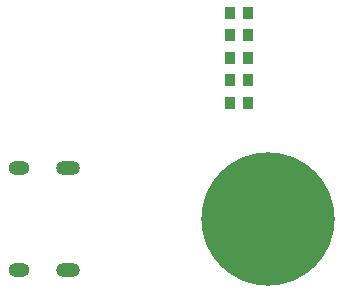
<source format=gbr>
G04 Layer_Color=255*
%FSLAX25Y25*%
%MOIN*%
%TF.FileFunction,Pads,Top*%
%TF.Part,Single*%
G01*
G75*
%TA.AperFunction,SMDPad*%
%ADD10R,0.03661X0.03858*%
%TA.AperFunction,ConnectorPad*%
%ADD12C,0.44488*%
%TA.AperFunction,ViaPad*%
%ADD13R,0.00394X0.00394*%
%TA.AperFunction,ViaPad*%
%ADD14O,0.07087X0.04724*%
%TA.AperFunction,ViaPad*%
%ADD15O,0.07874X0.04724*%
D10*
X349468Y347500D02*
D03*
X355532D02*
D03*
X349468Y355000D02*
D03*
X355532D02*
D03*
X349468Y362500D02*
D03*
X355532D02*
D03*
X349468Y370000D02*
D03*
X355532D02*
D03*
X349468Y377500D02*
D03*
X355532D02*
D03*
D12*
X362201Y308701D02*
D03*
D13*
X293441Y320079D02*
D03*
Y297323D02*
D03*
D14*
X279071Y291693D02*
D03*
Y325709D02*
D03*
D15*
X295528D02*
D03*
Y291693D02*
D03*
%TF.MD5,2D36C39BED7F7A2A424D0CDAA1F355D5*%
M02*

</source>
